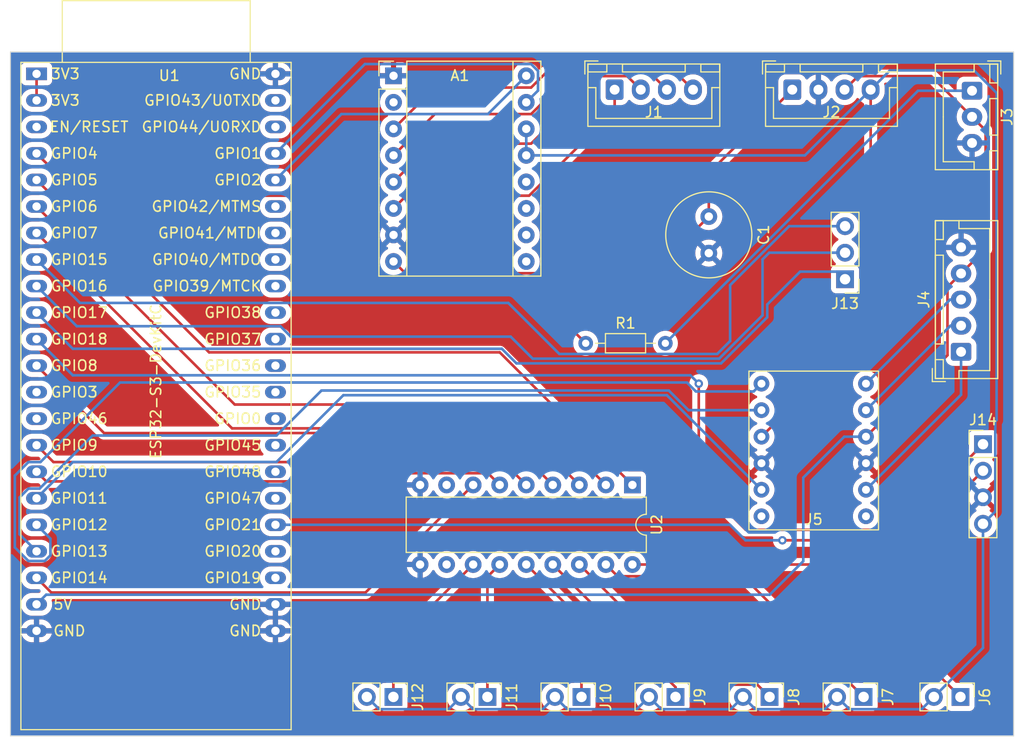
<source format=kicad_pcb>
(kicad_pcb (version 20221018) (generator pcbnew)
  (layers (0 "F.Cu" signal) (31 "B.Cu" signal) (34 "B.Paste" user) (35 "F.Paste" user) (36 "B.SilkS" user "B.Silkscreen") (37 "F.SilkS" user "F.Silkscreen") (38 "B.Mask" user) (39 "F.Mask" user) (44 "Edge.Cuts" user))
  (net 0 "")
  (net 25 "GND")
  (net 26 "Net-(A1-A2)")
  (net 27 "Net-(A1-A1)")
  (net 28 "Net-(A1-B1)")
  (net 29 "Net-(A1-B2)")
  (net 30 "3V3")
  (net 31 "GPIO1")
  (net 32 "GPIO2")
  (net 33 "5V")
  (net 34 "12V")
  (net 35 "Net-(J3-Pin_1)")
  (net 36 "WS2812B_Data")
  (net 39 "DHD_MISO")
  (net 40 "DHD_MOSI")
  (net 41 "DHD_SCK")
  (net 42 "SCK")
  (net 43 "MISO")
  (net 44 "MOSI")
  (net 45 "Net-(J6-Pin_1)")
  (net 46 "Net-(J7-Pin_1)")
  (net 47 "Net-(J8-Pin_1)")
  (net 48 "Net-(J9-Pin_1)")
  (net 49 "Net-(J10-Pin_1)")
  (net 50 "Net-(J11-Pin_1)")
  (net 51 "Net-(J12-Pin_1)")
  (net 52 "Chev1_led")
  (net 53 "Chev2_led")
  (net 54 "Chev3_led")
  (net 55 "Chev4_led")
  (net 56 "Chev5_led")
  (net 57 "Chev6_led")
  (net 58 "Chev7_led")
  (net 59 "DIN")
  (net 60 "BCLK")
  (net 61 "LRC")
  (net 62 "SCL")
  (net 63 "SDA")
  (net 66 "unconnected-(U1-3V3-Pad1)")
  (footprint "Connector_JST:JST_XH_B4B-XH-A_1x04_P2.50mm_Vertical" (layer "F.Cu") (at 107.12 34.075732)
    (fp_text reference "J2" (at 3.75 2.15) (layer "F.SilkS"))
    (fp_text value "Power_Conn")
    (pad "1" thru_hole roundrect (at 0 0) (size 1.7 1.95) (drill 0.95) (layers "*.Cu" "*.Mask") (roundrect_rratio 0.1470588235) (net 34 "12V"))
    (pad "2" thru_hole oval (at 2.5 0) (size 1.7 1.95) (drill 0.95) (layers "*.Cu" "*.Mask") (net 25 "GND"))
    (pad "3" thru_hole oval (at 5 0) (size 1.7 1.95) (drill 0.95) (layers "*.Cu" "*.Mask") (net 33 "5V"))
    (pad "4" thru_hole oval (at 7.5 0) (size 1.7 1.95) (drill 0.95) (layers "*.Cu" "*.Mask") (net 30 "3V3"))
  )
  (footprint "Connector_PinHeader_2.54mm:PinHeader_1x02_P2.54mm_Vertical" (layer "F.Cu") (at 86.945 92.225732 -90)
    (fp_text reference "J10" (at 0 -2.33 90) (layer "F.SilkS"))
    (fp_text value "Chev5_conn")
    (pad "1" thru_hole rect (at 0 0 270) (size 1.7 1.7) (drill 1) (layers "*.Cu" "*.Mask") (net 49 "Net-(J10-Pin_1)"))
    (pad "2" thru_hole oval (at 0 2.54 270) (size 1.7 1.7) (drill 1) (layers "*.Cu" "*.Mask") (net 30 "3V3"))
  )
  (footprint "Connector_JST:JST_XH_B4B-XH-A_1x04_P2.50mm_Vertical" (layer "F.Cu") (at 90.12 34.075732)
    (fp_text reference "J1" (at 3.75 2.15) (layer "F.SilkS"))
    (fp_text value "Mot_Conn")
    (pad "1" thru_hole roundrect (at 0 0) (size 1.7 1.95) (drill 0.95) (layers "*.Cu" "*.Mask") (roundrect_rratio 0.1470588235) (net 29 "Net-(A1-B2)"))
    (pad "2" thru_hole oval (at 2.5 0) (size 1.7 1.95) (drill 0.95) (layers "*.Cu" "*.Mask") (net 28 "Net-(A1-B1)"))
    (pad "3" thru_hole oval (at 5 0) (size 1.7 1.95) (drill 0.95) (layers "*.Cu" "*.Mask") (net 27 "Net-(A1-A1)"))
    (pad "4" thru_hole oval (at 7.5 0) (size 1.7 1.95) (drill 0.95) (layers "*.Cu" "*.Mask") (net 26 "Net-(A1-A2)"))
  )
  (footprint "PCM_Espressif:ESP32-S3-DevKitC" (layer "F.Cu") (at 34.799999 32.56)
    (fp_text reference "U1" (at 12.7 0.165732) (layer "F.SilkS"))
    (fp_text value "ESP32-S3-DevKitC" (at 11.42632 29.46128 90) (layer "F.SilkS"))
    (fp_text user "GPIO17" (at 1.27 22.86 unlocked) (layer "F.SilkS") (effects (justify left)))
    (fp_text user "GPIO47" (at 21.59 40.64 unlocked) (layer "F.SilkS") (effects (justify right)))
    (fp_text user "GPIO15" (at 1.27 17.78 unlocked) (layer "F.SilkS") (effects (justify left)))
    (fp_text user "GPIO1" (at 21.59 7.62 unlocked) (layer "F.SilkS") (effects (justify right)))
    (fp_text user "GPIO20" (at 21.59 45.72 unlocked) (layer "F.SilkS") (effects (justify right)))
    (fp_text user "GND" (at 21.59 50.8 unlocked) (layer "F.SilkS") (effects (justify right)))
    (fp_text user "3V3" (at 1.27 0 unlocked) (layer "F.SilkS") (effects (justify left)))
    (fp_text user "GPIO12" (at 1.27 43.18 unlocked) (layer "F.SilkS") (effects (justify left)))
    (fp_text user "GND" (at 1.52032 53.33728 unlocked) (layer "F.SilkS") (effects (justify left)))
    (fp_text user "GPIO16" (at 1.27 20.32 unlocked) (layer "F.SilkS") (effects (justify left)))
    (fp_text user "GPIO7" (at 1.27 15.24 unlocked) (layer "F.SilkS") (effects (justify left)))
    (fp_text user "GPIO37" (at 21.59 25.4 unlocked) (layer "F.SilkS") (effects (justify right)))
    (fp_text user "GPIO35" (at 21.59 30.48 unlocked) (layer "F.SilkS") (effects (justify right)))
    (fp_text user "GPIO40/MTDO" (at 21.59 17.78 unlocked) (layer "F.SilkS") (effects (justify right)))
    (fp_text user "GPIO18" (at 1.27 25.4 unlocked) (layer "F.SilkS") (effects (justify left)))
    (fp_text user "GPIO42/MTMS" (at 21.59 12.7 unlocked) (layer "F.SilkS") (effects (justify right)))
    (fp_text user "EN/RESET" (at 8.88632 5.07728 unlocked) (layer "F.SilkS") (effects (justify right)))
    (fp_text user "GPIO6" (at 1.27 12.7 unlocked) (layer "F.SilkS") (effects (justify left)))
    (fp_text user "GPIO48" (at 21.59 38.1 unlocked) (layer "F.SilkS") (effects (justify right)))
    (fp_text user "GND" (at 21.59 53.34 unlocked) (layer "F.SilkS") (effects (justify right)))
    (fp_text user "GPIO41/MTDI" (at 21.59 15.24 unlocked) (layer "F.SilkS") (effects (justify right)))
    (fp_text user "GPIO5" (at 1.27 10.16 unlocked) (layer "F.SilkS") (effects (justify left)))
    (fp_text user "GPIO2" (at 21.59 10.16 unlocked) (layer "F.SilkS") (effects (justify right)))
    (fp_text user "GPIO46" (at 1.27 33.02 unlocked) (layer "F.SilkS") (effects (justify left)))
    (fp_text user "GPIO39/MTCK" (at 21.59 20.32 unlocked) (layer "F.SilkS") (effects (justify right)))
    (fp_text user "GPIO8" (at 1.27 27.94 unlocked) (layer "F.SilkS") (effects (justify left)))
    (fp_text user "GPIO10" (at 1.27 38.1 unlocked) (layer "F.SilkS") (effects (justify left)))
    (fp_text user "GPIO36" (at 21.59 27.94 unlocked) (layer "F.SilkS") (effects (justify right)))
    (fp_text user "GPIO4" (at 1.27 7.62 unlocked) (layer "F.SilkS") (effects (justify left)))
    (fp_text user "GPIO0" (at 21.59 33.02 unlocked) (layer "F.SilkS") (effects (justify right)))
    (fp_text user "GND" (at 21.59 0 unlocked) (layer "F.SilkS") (effects (justify right)))
    (fp_text user "3V3" (at 1.27 2.54 unlocked) (layer "F.SilkS") (effects (justify left)))
    (fp_text user "GPIO11" (at 1.27 40.64 unlocked) (layer "F.SilkS") (effects (justify left)))
    (fp_text user "5V" (at 1.52032 50.79728 unlocked) (layer "F.SilkS") (effects (justify left)))
    (fp_text user "GPIO43/U0TXD" (at 21.59 2.54 unlocked) (layer "F.SilkS") (effects (justify right)))
    (fp_text user "GPIO38" (at 21.59 22.86 unlocked) (layer "F.SilkS") (effects (justify right)))
    (fp_text user "GPIO3" (at 1.27 30.48 unlocked) (layer "F.SilkS") (effects (justify left)))
    (fp_text user "GPIO13" (at 1.27 45.72 unlocked) (layer "F.SilkS") (effects (justify left)))
    (fp_text user "GPIO14" (at 1.27 48.26 unlocked) (layer "F.SilkS") (effects (justify left)))
    (fp_text user "GPIO19" (at 21.59 48.26 unlocked) (layer "F.SilkS") (effects (justify right)))
    (fp_text user "GPIO44/U0RXD" (at 21.59 5.08 unlocked) (layer "F.SilkS") (effects (justify right)))
    (fp_text user "GPIO21" (at 21.59 43.18 unlocked) (layer "F.SilkS") (effects (justify right)))
    (fp_text user "GPIO9" (at 1.27 35.56 unlocked) (layer "F.SilkS") (effects (justify left)))
    (fp_text user "GPIO45" (at 21.59 35.56 unlocked) (layer "F.SilkS") (effects (justify right)))
    (pad "1" thru_hole rect (at 0 0 270) (size 1.2 2) (drill 0.8) (layers "*.Cu" "*.Mask") (net 66 "unconnected-(U1-3V3-Pad1)"))
    (pad "2" thru_hole oval (at 0 2.54 270) (size 1.2 2) (drill 0.8) (layers "*.Cu" "*.Mask") (net 66 "unconnected-(U1-3V3-Pad1)"))
    (pad "3" thru_hole oval (at 0 5.08 270) (size 1.2 2) (drill 0.8) (layers "*.Cu" "*.Mask"))
    (pad "4" thru_hole oval (at 0 7.62 270) (size 1.2 2) (drill 0.8) (layers "*.Cu" "*.Mask") (net 36 "WS2812B_Data"))
    (pad "5" thru_hole oval (at 0 10.16 270) (size 1.2 2) (drill 0.8) (layers "*.Cu" "*.Mask") (net 52 "Chev1_led"))
    (pad "6" thru_hole oval (at 0 12.7 270) (size 1.2 2) (drill 0.8) (layers "*.Cu" "*.Mask") (net 53 "Chev2_led"))
    (pad "7" thru_hole oval (at 0 15.24 270) (size 1.2 2) (drill 0.8) (layers "*.Cu" "*.Mask") (net 54 "Chev3_led"))
    (pad "8" thru_hole oval (at 0 17.78 270) (size 1.2 2) (drill 0.8) (layers "*.Cu" "*.Mask") (net 61 "LRC"))
    (pad "9" thru_hole oval (at 0 20.32 270) (size 1.2 2) (drill 0.8) (layers "*.Cu" "*.Mask") (net 60 "BCLK"))
    (pad "10" thru_hole oval (at 0 22.86 270) (size 1.2 2) (drill 0.8) (layers "*.Cu" "*.Mask") (net 59 "DIN"))
    (pad "11" thru_hole oval (at 0 25.4 270) (size 1.2 2) (drill 0.8) (layers "*.Cu" "*.Mask") (net 62 "SCL"))
    (pad "12" thru_hole oval (at 0 27.94 270) (size 1.2 2) (drill 0.8) (layers "*.Cu" "*.Mask") (net 55 "Chev4_led"))
    (pad "13" thru_hole oval (at 0 30.48 270) (size 1.2 2) (drill 0.8) (layers "*.Cu" "*.Mask"))
    (pad "14" thru_hole oval (at 0 33.02 270) (size 1.2 2) (drill 0.8) (layers "*.Cu" "*.Mask"))
    (pad "15" thru_hole oval (at 0 35.56 270) (size 1.2 2) (drill 0.8) (layers "*.Cu" "*.Mask") (net 56 "Chev5_led"))
    (pad "16" thru_hole oval (at 0 38.1 270) (size 1.2 2) (drill 0.8) (layers "*.Cu" "*.Mask") (net 57 "Chev6_led"))
    (pad "17" thru_hole oval (at 0 40.64 270) (size 1.2 2) (drill 0.8) (layers "*.Cu" "*.Mask") (net 44 "MOSI"))
    (pad "18" thru_hole oval (at 0 43.18 270) (size 1.2 2) (drill 0.8) (layers "*.Cu" "*.Mask") (net 42 "SCK"))
    (pad "19" thru_hole oval (at 0 45.72 270) (size 1.2 2) (drill 0.8) (layers "*.Cu" "*.Mask") (net 43 "MISO"))
    (pad "20" thru_hole oval (at -0.00368 48.25728 270) (size 1.2 2) (drill 0.8) (layers "*.Cu" "*.Mask") (net 58 "Chev7_led"))
    (pad "21" thru_hole oval (at -0.00368 50.79728 270) (size 1.2 2) (drill 0.8) (layers "*.Cu" "*.Mask") (net 33 "5V"))
    (pad "22" thru_hole oval (at -0.00368 53.33728 270) (size 1.2 2) (drill 0.8) (layers "*.Cu" "*.Mask") (net 25 "GND"))
    (pad "23" thru_hole oval (at 22.86 53.34 270) (size 1.2 2) (drill 0.8) (layers "*.Cu" "*.Mask") (net 25 "GND"))
    (pad "24" thru_hole oval (at 22.86 50.8 270) (size 1.2 2) (drill 0.8) (layers "*.Cu" "*.Mask") (net 25 "GND"))
    (pad "25" thru_hole oval (at 22.86 48.26 270) (size 1.2 2) (drill 0.8) (layers "*.Cu" "*.Mask"))
    (pad "26" thru_hole oval (at 22.86 45.72 270) (size 1.2 2) (drill 0.8) (layers "*.Cu" "*.Mask"))
    (pad "27" thru_hole oval (at 22.86 43.18 270) (size 1.2 2) (drill 0.8) (layers "*.Cu" "*.Mask") (net 63 "SDA"))
    (pad "28" thru_hole oval (at 22.86 40.64 270) (size 1.2 2) (drill 0.8) (layers "*.Cu" "*.Mask"))
    (pad "29" thru_hole oval (at 22.86 38.1 270) (size 1.2 2) (drill 0.8) (layers "*.Cu" "*.Mask"))
    (pad "30" thru_hole oval (at 22.86 35.56 270) (size 1.2 2) (drill 0.8) (layers "*.Cu" "*.Mask"))
    (pad "31" thru_hole oval (at 22.86 33.02 270) (size 1.2 2) (drill 0.8) (layers "*.Cu" "*.Mask"))
    (pad "32" thru_hole oval (at 22.86 30.48 270) (size 1.2 2) (drill 0.8) (layers "*.Cu" "*.Mask"))
    (pad "33" thru_hole oval (at 22.86 27.94 270) (size 1.2 2) (drill 0.8) (layers "*.Cu" "*.Mask"))
    (pad "34" thru_hole oval (at 22.86 25.4 270) (size 1.2 2) (drill 0.8) (layers "*.Cu" "*.Mask"))
    (pad "35" thru_hole oval (at 22.86 22.86 270) (size 1.2 2) (drill 0.8) (layers "*.Cu" "*.Mask"))
    (pad "36" thru_hole oval (at 22.86 20.32 270) (size 1.2 2) (drill 0.8) (layers "*.Cu" "*.Mask"))
    (pad "37" thru_hole oval (at 22.86 17.78 270) (size 1.2 2) (drill 0.8) (layers "*.Cu" "*.Mask"))
    (pad "38" thru_hole oval (at 22.86 15.24 270) (size 1.2 2) (drill 0.8) (layers "*.Cu" "*.Mask"))
    (pad "39" thru_hole oval (at 22.86 12.7 270) (size 1.2 2) (drill 0.8) (layers "*.Cu" "*.Mask"))
    (pad "40" thru_hole oval (at 22.86 10.16 270) (size 1.2 2) (drill 0.8) (layers "*.Cu" "*.Mask") (net 32 "GPIO2"))
    (pad "41" thru_hole oval (at 22.86 7.62 270) (size 1.2 2) (drill 0.8) (layers "*.Cu" "*.Mask") (net 31 "GPIO1"))
    (pad "42" thru_hole oval (at 22.86 5.08 270) (size 1.2 2) (drill 0.8) (layers "*.Cu" "*.Mask"))
    (pad "43" thru_hole oval (at 22.86 2.54 270) (size 1.2 2) (drill 0.8) (layers "*.Cu" "*.Mask"))
    (pad "44" thru_hole oval (at 22.86 0 270) (size 1.2 2) (drill 0.8) (layers "*.Cu" "*.Mask") (net 25 "GND"))
  )
  (footprint "Connector_JST:JST_XH_B5B-XH-A_1x05_P2.50mm_Vertical" (layer "F.Cu") (at 123.27 59.175732 90)
    (fp_text reference "J4" (at 5 -3.55 90) (layer "F.SilkS"))
    (fp_text value "DHD_Conn")
    (pad "1" thru_hole roundrect (at 0 0 90) (size 1.7 1.95) (drill 0.95) (layers "*.Cu" "*.Mask") (roundrect_rratio 0.1470588235) (net 39 "DHD_MISO"))
    (pad "2" thru_hole oval (at 2.5 0 90) (size 1.7 1.95) (drill 0.95) (layers "*.Cu" "*.Mask") (net 40 "DHD_MOSI"))
    (pad "3" thru_hole oval (at 5 0 90) (size 1.7 1.95) (drill 0.95) (layers "*.Cu" "*.Mask") (net 41 "DHD_SCK"))
    (pad "4" thru_hole oval (at 7.5 0 90) (size 1.7 1.95) (drill 0.95) (layers "*.Cu" "*.Mask") (net 33 "5V"))
    (pad "5" thru_hole oval (at 10 0 90) (size 1.7 1.95) (drill 0.95) (layers "*.Cu" "*.Mask") (net 25 "GND"))
  )
  (footprint "Connector_JST:JST_XH_B3B-XH-A_1x03_P2.50mm_Vertical" (layer "F.Cu") (at 124.32 34.175732 -90)
    (fp_text reference "J3" (at 2.5 -3.35 90) (layer "F.SilkS"))
    (fp_text value "LED_Strip_Conn")
    (pad "1" thru_hole roundrect (at 0 0 270) (size 1.7 1.95) (drill 0.95) (layers "*.Cu" "*.Mask") (roundrect_rratio 0.1470588235) (net 35 "Net-(J3-Pin_1)"))
    (pad "2" thru_hole oval (at 2.5 0 270) (size 1.7 1.95) (drill 0.95) (layers "*.Cu" "*.Mask") (net 33 "5V"))
    (pad "3" thru_hole oval (at 5 0 270) (size 1.7 1.95) (drill 0.95) (layers "*.Cu" "*.Mask") (net 25 "GND"))
  )
  (footprint "Module:Pololu_Breakout-16_15.2x20.3mm" (layer "F.Cu") (at 68.96 32.745732)
    (fp_text reference "A1" (at 6.35 -0.02) (layer "F.SilkS"))
    (fp_text value "Pololu_Breakout_DRV8825")
    (pad "1" thru_hole rect (at 0 0) (size 1.6 1.6) (drill 0.8) (layers "*.Cu" "*.Mask") (net 25 "GND"))
    (pad "2" thru_hole oval (at 0 2.54) (size 1.6 1.6) (drill 0.8) (layers "*.Cu" "*.Mask"))
    (pad "3" thru_hole oval (at 0 5.08) (size 1.6 1.6) (drill 0.8) (layers "*.Cu" "*.Mask") (net 26 "Net-(A1-A2)"))
    (pad "4" thru_hole oval (at 0 7.62) (size 1.6 1.6) (drill 0.8) (layers "*.Cu" "*.Mask") (net 27 "Net-(A1-A1)"))
    (pad "5" thru_hole oval (at 0 10.16) (size 1.6 1.6) (drill 0.8) (layers "*.Cu" "*.Mask") (net 28 "Net-(A1-B1)"))
    (pad "6" thru_hole oval (at 0 12.7) (size 1.6 1.6) (drill 0.8) (layers "*.Cu" "*.Mask") (net 29 "Net-(A1-B2)"))
    (pad "7" thru_hole oval (at 0 15.24) (size 1.6 1.6) (drill 0.8) (layers "*.Cu" "*.Mask") (net 25 "GND"))
    (pad "8" thru_hole oval (at 0 17.78) (size 1.6 1.6) (drill 0.8) (layers "*.Cu" "*.Mask") (net 34 "12V"))
    (pad "9" thru_hole oval (at 12.7 17.78) (size 1.6 1.6) (drill 0.8) (layers "*.Cu" "*.Mask"))
    (pad "10" thru_hole oval (at 12.7 15.24) (size 1.6 1.6) (drill 0.8) (layers "*.Cu" "*.Mask"))
    (pad "11" thru_hole oval (at 12.7 12.7) (size 1.6 1.6) (drill 0.8) (layers "*.Cu" "*.Mask"))
    (pad "12" thru_hole oval (at 12.7 10.16) (size 1.6 1.6) (drill 0.8) (layers "*.Cu" "*.Mask"))
    (pad "13" thru_hole oval (at 12.7 7.62) (size 1.6 1.6) (drill 0.8) (layers "*.Cu" "*.Mask") (net 30 "3V3"))
    (pad "14" thru_hole oval (at 12.7 5.08) (size 1.6 1.6) (drill 0.8) (layers "*.Cu" "*.Mask") (net 30 "3V3"))
    (pad "15" thru_hole oval (at 12.7 2.54) (size 1.6 1.6) (drill 0.8) (layers "*.Cu" "*.Mask") (net 31 "GPIO1"))
    (pad "16" thru_hole oval (at 12.7 0) (size 1.6 1.6) (drill 0.8) (layers "*.Cu" "*.Mask") (net 32 "GPIO2"))
  )
  (footprint "Capacitor_THT:C_Radial_D8.0mm_H7.0mm_P3.50mm" (layer "F.Cu") (at 99.13 46.225732 -90)
    (fp_text reference "C1" (at 1.75 -5.25 90) (layer "F.SilkS"))
    (fp_text value "100µF VMOT_Cap")
    (pad "1" thru_hole circle (at 0 0 270) (size 1.6 1.6) (drill 0.8) (layers "*.Cu" "*.Mask") (net 34 "12V"))
    (pad "2" thru_hole circle (at 3.5 0 270) (size 1.6 1.6) (drill 0.8) (layers "*.Cu" "*.Mask") (net 25 "GND"))
  )
  (footprint "Connector_PinHeader_2.54mm:PinHeader_1x02_P2.54mm_Vertical" (layer "F.Cu") (at 68.945 92.225732 -90)
    (fp_text reference "J12" (at 0 -2.33 90) (layer "F.SilkS"))
    (fp_text value "Chev7_conn")
    (pad "1" thru_hole rect (at 0 0 270) (size 1.7 1.7) (drill 1) (layers "*.Cu" "*.Mask") (net 51 "Net-(J12-Pin_1)"))
    (pad "2" thru_hole oval (at 0 2.54 270) (size 1.7 1.7) (drill 1) (layers "*.Cu" "*.Mask") (net 30 "3V3"))
  )
  (footprint "Connector_PinHeader_2.54mm:PinHeader_1x02_P2.54mm_Vertical" (layer "F.Cu") (at 123.21 92.225732 -90)
    (fp_text reference "J6" (at 0 -2.33 90) (layer "F.SilkS"))
    (fp_text value "Chev1_conn")
    (pad "1" thru_hole rect (at 0 0 270) (size 1.7 1.7) (drill 1) (layers "*.Cu" "*.Mask") (net 45 "Net-(J6-Pin_1)"))
    (pad "2" thru_hole oval (at 0 2.54 270) (size 1.7 1.7) (drill 1) (layers "*.Cu" "*.Mask") (net 30 "3V3"))
  )
  (footprint "Connector_PinHeader_2.54mm:PinHeader_1x02_P2.54mm_Vertical" (layer "F.Cu") (at 113.945 92.225732 -90)
    (fp_text reference "J7" (at 0 -2.33 90) (layer "F.SilkS"))
    (fp_text value "Chev2_conn")
    (pad "1" thru_hole rect (at 0 0 270) (size 1.7 1.7) (drill 1) (layers "*.Cu" "*.Mask") (net 46 "Net-(J7-Pin_1)"))
    (pad "2" thru_hole oval (at 0 2.54 270) (size 1.7 1.7) (drill 1) (layers "*.Cu" "*.Mask") (net 30 "3V3"))
  )
  (footprint "Connector_PinHeader_2.54mm:PinHeader_1x02_P2.54mm_Vertical" (layer "F.Cu") (at 104.945 92.225732 -90)
    (fp_text reference "J8" (at 0 -2.33 90) (layer "F.SilkS"))
    (fp_text value "Chev3_conn")
    (pad "1" thru_hole rect (at 0 0 270) (size 1.7 1.7) (drill 1) (layers "*.Cu" "*.Mask") (net 47 "Net-(J8-Pin_1)"))
    (pad "2" thru_hole oval (at 0 2.54 270) (size 1.7 1.7) (drill 1) (layers "*.Cu" "*.Mask") (net 30 "3V3"))
  )
  (footprint "Connector_PinHeader_2.54mm:PinHeader_1x02_P2.54mm_Vertical" (layer "F.Cu") (at 95.945 92.225732 -90)
    (fp_text reference "J9" (at 0 -2.33 90) (layer "F.SilkS"))
    (fp_text value "Chev4_conn")
    (pad "1" thru_hole rect (at 0 0 270) (size 1.7 1.7) (drill 1) (layers "*.Cu" "*.Mask") (net 48 "Net-(J9-Pin_1)"))
    (pad "2" thru_hole oval (at 0 2.54 270) (size 1.7 1.7) (drill 1) (layers "*.Cu" "*.Mask") (net 30 "3V3"))
  )
  (footprint "Resistor_THT:R_Axial_DIN0204_L3.6mm_D1.6mm_P7.62mm_Horizontal" (layer "F.Cu") (at 87.349998 58.35728)
    (fp_text reference "R1" (at 3.81 -1.92) (layer "F.SilkS"))
    (fp_text value "1kΩ WS2812B_Resistor")
    (pad "1" thru_hole circle (at 0 0) (size 1.4 1.4) (drill 0.7) (layers "*.Cu" "*.Mask") (net 36 "WS2812B_Data"))
    (pad "2" thru_hole oval (at 7.62 0) (size 1.4 1.4) (drill 0.7) (layers "*.Cu" "*.Mask") (net 35 "Net-(J3-Pin_1)"))
  )
  (footprint "Connector_PinHeader_2.54mm:PinHeader_1x04_P2.54mm_Vertical" (layer "F.Cu") (at 125.37 68.025732)
    (fp_text reference "J14" (at 0 -2.33) (layer "F.SilkS"))
    (fp_text value "IOExpander_Conn")
    (pad "1" thru_hole rect (at 0 0) (size 1.7 1.7) (drill 1) (layers "*.Cu" "*.Mask") (net 62 "SCL"))
    (pad "2" thru_hole oval (at 0 2.54) (size 1.7 1.7) (drill 1) (layers "*.Cu" "*.Mask") (net 63 "SDA"))
    (pad "3" thru_hole oval (at 0 5.08) (size 1.7 1.7) (drill 1) (layers "*.Cu" "*.Mask") (net 25 "GND"))
    (pad "4" thru_hole oval (at 0 7.62) (size 1.7 1.7) (drill 1) (layers "*.Cu" "*.Mask") (net 30 "3V3"))
  )
  (footprint "Stargate:Level_Converter" (layer "F.Cu") (at 109.17 77.225732)
    (fp_text reference "J5" (at 0 -2 unlocked) (layer "F.SilkS"))
    (fp_text value "Level_Converter")
    (pad "1" thru_hole circle (at -5 -15) (size 1.5 1.5) (drill 0.762) (layers "*.Cu" "*.Mask") (net 42 "SCK"))
    (pad "2" thru_hole circle (at -5 -12.46) (size 1.5 1.5) (drill 0.762) (layers "*.Cu" "*.Mask") (net 43 "MISO"))
    (pad "3" thru_hole circle (at -5 -9.92) (size 1.5 1.5) (drill 0.762) (layers "*.Cu" "*.Mask") (net 30 "3V3"))
    (pad "4" thru_hole circle (at -5 -7.38) (size 1.5 1.5) (drill 0.762) (layers "*.Cu" "*.Mask") (net 25 "GND"))
    (pad "5" thru_hole circle (at -5 -4.84) (size 1.5 1.5) (drill 0.762) (layers "*.Cu" "*.Mask") (net 44 "MOSI"))
    (pad "6" thru_hole circle (at -5 -2.3) (size 1.5 1.5) (drill 0.762) (layers "*.Cu" "*.Mask"))
    (pad "7" thru_hole circle (at 5 -2.3) (size 1.5 1.5) (drill 0.762) (layers "*.Cu" "*.Mask"))
    (pad "8" thru_hole circle (at 5 -4.84) (size 1.5 1.5) (drill 0.762) (layers "*.Cu" "*.Mask") (net 39 "DHD_MISO"))
    (pad "9" thru_hole circle (at 5 -7.38) (size 1.5 1.5) (drill 0.762) (layers "*.Cu" "*.Mask") (net 25 "GND"))
    (pad "10" thru_hole circle (at 5 -9.92) (size 1.5 1.5) (drill 0.762) (layers "*.Cu" "*.Mask") (net 33 "5V"))
    (pad "11" thru_hole circle (at 5 -12.46) (size 1.5 1.5) (drill 0.762) (layers "*.Cu" "*.Mask") (net 40 "DHD_MOSI"))
    (pad "12" thru_hole circle (at 5 -15) (size 1.5 1.5) (drill 0.762) (layers "*.Cu" "*.Mask") (net 41 "DHD_SCK"))
  )
  (footprint "Connector_PinHeader_2.54mm:PinHeader_1x02_P2.54mm_Vertical" (layer "F.Cu") (at 77.945 92.225732 -90)
    (fp_text reference "J11" (at 0 -2.33 90) (layer "F.SilkS"))
    (fp_text value "Chev6_conn")
    (pad "1" thru_hole rect (at 0 0 270) (size 1.7 1.7) (drill 1) (layers "*.Cu" "*.Mask") (net 50 "Net-(J11-Pin_1)"))
    (pad "2" thru_hole oval (at 0 2.54 270) (size 1.7 1.7) (drill 1) (layers "*.Cu" "*.Mask") (net 30 "3V3"))
  )
  (footprint "Package_DIP:DIP-18_W7.62mm" (layer "F.Cu") (at 91.82 71.925732 -90)
    (fp_text reference "U2" (at 3.81 -2.33 -90) (layer "F.SilkS"))
    (fp_text value "ULN2803A")
    (pad "1" thru_hole rect (at 0 0 270) (size 1.6 1.6) (drill 0.8) (layers "*.Cu" "*.Mask") (net 52 "Chev1_led"))
    (pad "2" thru_hole oval (at 0 2.54 270) (size 1.6 1.6) (drill 0.8) (layers "*.Cu" "*.Mask") (net 53 "Chev2_led"))
    (pad "3" thru_hole oval (at 0 5.08 270) (size 1.6 1.6) (drill 0.8) (layers "*.Cu" "*.Mask") (net 54 "Chev3_led"))
    (pad "4" thru_hole oval (at 0 7.62 270) (size 1.6 1.6) (drill 0.8) (layers "*.Cu" "*.Mask") (net 55 "Chev4_led"))
    (pad "5" thru_hole oval (at 0 10.16 270) (size 1.6 1.6) (drill 0.8) (layers "*.Cu" "*.Mask") (net 56 "Chev5_led"))
    (pad "6" thru_hole oval (at 0 12.7 270) (size 1.6 1.6) (drill 0.8) (layers "*.Cu" "*.Mask") (net 57 "Chev6_led"))
    (pad "7" thru_hole oval (at 0 15.24 270) (size 1.6 1.6) (drill 0.8) (layers "*.Cu" "*.Mask") (net 58 "Chev7_led"))
    (pad "8" thru_hole oval (at 0 17.78 270) (size 1.6 1.6) (drill 0.8) (layers "*.Cu" "*.Mask"))
    (pad "9" thru_hole oval (at 0 20.32 270) (size 1.6 1.6) (drill 0.8) (layers "*.Cu" "*.Mask") (net 25 "GND"))
    (pad "10" thru_hole oval (at 7.62 20.32 270) (size 1.6 1.6) (drill 0.8) (layers "*.Cu" "*.Mask") (net 25 "GND"))
    (pad "11" thru_hole oval (at 7.62 17.78 270) (size 1.6 1.6) (drill 0.8) (layers "*.Cu" "*.Mask"))
    (pad "12" thru_hole oval (at 7.62 15.24 270) (size 1.6 1.6) (drill 0.8) (layers "*.Cu" "*.Mask") (net 51 "Net-(J12-Pin_1)"))
    (pad "13" thru_hole oval (at 7.62 12.7 270) (size 1.6 1.6) (drill 0.8) (layers "*.Cu" "*.Mask") (net 50 "Net-(J11-Pin_1)"))
    (pad "14" thru_hole oval (at 7.62 10.16 270) (size 1.6 1.6) (drill 0.8) (layers "*.Cu" "*.Mask") (net 49 "Net-(J10-Pin_1)"))
    (pad "15" thru_hole oval (at 7.62 7.62 270) (size 1.6 1.6) (drill 0.8) (layers "*.Cu" "*.Mask") (net 48 "Net-(J9-Pin_1)"))
    (pad "16" thru_hole oval (at 7.62 5.08 270) (size 1.6 1.6) (drill 0.8) (layers "*.Cu" "*.Mask") (net 47 "Net-(J8-Pin_1)"))
    (pad "17" thru_hole oval (at 7.62 2.54 270) (size 1.6 1.6) (drill 0.8) (layers "*.Cu" "*.Mask") (net 46 "Net-(J7-Pin_1)"))
    (pad "18" thru_hole oval (at 7.62 0 270) (size 1.6 1.6) (drill 0.8) (layers "*.Cu" "*.Mask") (net 45 "Net-(J6-Pin_1)"))
  )
  (footprint "Connector_PinHeader_2.54mm:PinHeader_1x03_P2.54mm_Vertical" (layer "F.Cu") (at 112.17 52.225732 180)
    (fp_text reference "J13" (at 0 -2.33) (layer "F.SilkS"))
    (fp_text value "Audio_conn")
    (pad "1" thru_hole rect (at 0 0 180) (size 1.7 1.7) (drill 1) (layers "*.Cu" "*.Mask") (net 59 "DIN"))
    (pad "2" thru_hole oval (at 0 2.54 180) (size 1.7 1.7) (drill 1) (layers "*.Cu" "*.Mask") (net 60 "BCLK"))
    (pad "3" thru_hole oval (at 0 5.08 180) (size 1.7 1.7) (drill 1) (layers "*.Cu" "*.Mask") (net 61 "LRC"))
  )
  (gr_rect (start 32.3 30.46) (end 128.3 95.96) (stroke (width 0.1)) (fill none) (layer "Edge.Cuts"))
  (segment (start 84.120991 31.875732) (end 82.125991 33.870732) (width 0.25) (layer "F.Cu") (net 26))
  (segment (start 72.915 33.870732) (end 68.96 37.825732) (width 0.25) (layer "F.Cu") (net 26))
  (segment (start 95.42 31.875732) (end 84.120991 31.875732) (width 0.25) (layer "F.Cu") (net 26))
  (segment (start 97.62 34.075732) (end 95.42 31.875732) (width 0.25) (layer "F.Cu") (net 26))
  (segment (start 82.125991 33.870732) (end 72.915 33.870732) (width 0.25) (layer "F.Cu") (net 26))
  (segment (start 72.915 36.410732) (end 68.96 40.365732) (width 0.25) (layer "F.Cu") (net 27))
  (segment (start 82.125991 36.410732) (end 72.915 36.410732) (width 0.25) (layer "F.Cu") (net 27))
  (segment (start 95.12 34.075732) (end 93.37 32.325732) (width 0.25) (layer "F.Cu") (net 27))
  (segment (start 93.37 32.325732) (end 86.210991 32.325732) (width 0.25) (layer "F.Cu") (net 27))
  (segment (start 86.210991 32.325732) (end 82.125991 36.410732) (width 0.25) (layer "F.Cu") (net 27))
  (segment (start 82.125991 39.240732) (end 72.625 39.240732) (width 0.25) (layer "F.Cu") (net 28))
  (segment (start 91.32 32.775732) (end 88.590991 32.775732) (width 0.25) (layer "F.Cu") (net 28))
  (segment (start 88.590991 32.775732) (end 82.125991 39.240732) (width 0.25) (layer "F.Cu") (net 28))
  (segment (start 92.62 34.075732) (end 91.32 32.775732) (width 0.25) (layer "F.Cu") (net 28))
  (segment (start 72.625 39.240732) (end 68.96 42.905732) (width 0.25) (layer "F.Cu") (net 28))
  (segment (start 90.12 36.036723) (end 81.930991 44.225732) (width 0.25) (layer "F.Cu") (net 29))
  (segment (start 90.12 34.075732) (end 90.12 36.036723) (width 0.25) (layer "F.Cu") (net 29))
  (segment (start 70.18 44.225732) (end 68.96 45.445732) (width 0.25) (layer "F.Cu") (net 29))
  (segment (start 81.930991 44.225732) (end 70.18 44.225732) (width 0.25) (layer "F.Cu") (net 29))
  (segment (start 114.62 34.075732) (end 114.62 56.855732) (width 0.25) (layer "F.Cu") (net 30))
  (segment (start 114.62 56.855732) (end 104.17 67.305732) (width 0.25) (layer "F.Cu") (net 30))
  (segment (start 76.58 93.400732) (end 83.23 93.400732) (width 0.25) (layer "B.Cu") (net 30))
  (segment (start 126.545 65.850732) (end 126.67 65.725732) (width 0.25) (layer "B.Cu") (net 30))
  (segment (start 126.67 34.387559) (end 124.508173 32.225732) (width 0.25) (layer "B.Cu") (net 30))
  (segment (start 84.405 92.225732) (end 85.58 93.400732) (width 0.25) (layer "B.Cu") (net 30))
  (segment (start 94.58 93.400732) (end 101.23 93.400732) (width 0.25) (layer "B.Cu") (net 30))
  (segment (start 93.405 92.225732) (end 94.58 93.400732) (width 0.25) (layer "B.Cu") (net 30))
  (segment (start 103.58 93.400732) (end 110.23 93.400732) (width 0.25) (layer "B.Cu") (net 30))
  (segment (start 66.405 92.225732) (end 67.58 93.400732) (width 0.25) (layer "B.Cu") (net 30))
  (segment (start 74.23 93.400732) (end 75.405 92.225732) (width 0.25) (layer "B.Cu") (net 30))
  (segment (start 81.66 40.365732) (end 81.66 37.825732) (width 0.25) (layer "B.Cu") (net 30))
  (segment (start 116.47 32.225732) (end 114.62 34.075732) (width 0.25) (layer "B.Cu") (net 30))
  (segment (start 124.508173 32.225732) (end 116.47 32.225732) (width 0.25) (layer "B.Cu") (net 30))
  (segment (start 102.405 92.225732) (end 103.58 93.400732) (width 0.25) (layer "B.Cu") (net 30))
  (segment (start 114.62 34.075732) (end 108.33 40.365732) (width 0.25) (layer "B.Cu") (net 30))
  (segment (start 126.545 74.470732) (end 126.545 65.850732) (width 0.25) (layer "B.Cu") (net 30))
  (segment (start 112.58 93.400732) (end 119.495 93.400732) (width 0.25) (layer "B.Cu") (net 30))
  (segment (start 125.37 87.525732) (end 125.37 75.645732) (width 0.25) (layer "B.Cu") (net 30))
  (segment (start 125.37 75.645732) (end 126.545 74.470732) (width 0.25) (layer "B.Cu") (net 30))
  (segment (start 67.58 93.400732) (end 74.23 93.400732) (width 0.25) (layer "B.Cu") (net 30))
  (segment (start 85.58 93.400732) (end 92.23 93.400732) (width 0.25) (layer "B.Cu") (net 30))
  (segment (start 120.67 92.225732) (end 125.37 87.525732) (width 0.25) (layer "B.Cu") (net 30))
  (segment (start 92.23 93.400732) (end 93.405 92.225732) (width 0.25) (layer "B.Cu") (net 30))
  (segment (start 101.23 93.400732) (end 102.405 92.225732) (width 0.25) (layer "B.Cu") (net 30))
  (segment (start 83.23 93.400732) (end 84.405 92.225732) (width 0.25) (layer "B.Cu") (net 30))
  (segment (start 111.405 92.225732) (end 112.58 93.400732) (width 0.25) (layer "B.Cu") (net 30))
  (segment (start 108.33 40.365732) (end 81.66 40.365732) (width 0.25) (layer "B.Cu") (net 30))
  (segment (start 119.495 93.400732) (end 120.67 92.225732) (width 0.25) (layer "B.Cu") (net 30))
  (segment (start 75.405 92.225732) (end 76.58 93.400732) (width 0.25) (layer "B.Cu") (net 30))
  (segment (start 110.23 93.400732) (end 111.405 92.225732) (width 0.25) (layer "B.Cu") (net 30))
  (segment (start 126.67 65.725732) (end 126.67 34.387559) (width 0.25) (layer "B.Cu") (net 30))
  (segment (start 82.125991 31.620732) (end 66.219267 31.620732) (width 0.25) (layer "B.Cu") (net 31))
  (segment (start 66.219267 31.620732) (end 57.659999 40.18) (width 0.25) (layer "B.Cu") (net 31))
  (segment (start 82.785 34.160732) (end 82.785 32.279741) (width 0.25) (layer "B.Cu") (net 31))
  (segment (start 81.66 35.285732) (end 82.785 34.160732) (width 0.25) (layer "B.Cu") (net 31))
  (segment (start 82.785 32.279741) (end 82.125991 31.620732) (width 0.25) (layer "B.Cu") (net 31))
  (segment (start 63.969267 36.410732) (end 57.659999 42.72) (width 0.25) (layer "B.Cu") (net 32))
  (segment (start 81.66 32.745732) (end 77.995 36.410732) (width 0.25) (layer "B.Cu") (net 32))
  (segment (start 77.995 36.410732) (end 63.969267 36.410732) (width 0.25) (layer "B.Cu") (net 32))
  (segment (start 121.97 59.505732) (end 121.97 52.975732) (width 0.25) (layer "F.Cu") (net 33))
  (segment (start 113.42 32.775732) (end 120.42 32.775732) (width 0.25) (layer "F.Cu") (net 33))
  (segment (start 120.42 32.775732) (end 124.32 36.675732) (width 0.25) (layer "F.Cu") (net 33))
  (segment (start 114.17 67.305732) (end 121.97 59.505732) (width 0.25) (layer "F.Cu") (net 33))
  (segment (start 112.12 34.075732) (end 113.42 32.775732) (width 0.25) (layer "F.Cu") (net 33))
  (segment (start 123.27 51.675732) (end 125.62 49.325732) (width 0.25) (layer "F.Cu") (net 33))
  (segment (start 121.97 52.975732) (end 123.27 51.675732) (width 0.25) (layer "F.Cu") (net 33))
  (segment (start 125.62 37.975732) (end 124.32 36.675732) (width 0.25) (layer "F.Cu") (net 33))
  (segment (start 125.62 49.325732) (end 125.62 37.975732) (width 0.25) (layer "F.Cu") (net 33))
  (segment (start 104.960732 82.435) (end 35.718599 82.435) (width 0.25) (layer "B.Cu") (net 33))
  (segment (start 35.718599 82.435) (end 34.796319 83.35728) (width 0.25) (layer "B.Cu") (net 33))
  (segment (start 114.17 67.305732) (end 112.09 67.305732) (width 0.25) (layer "B.Cu") (net 33))
  (segment (start 108.17 79.225732) (end 104.960732 82.435) (width 0.25) (layer "B.Cu") (net 33))
  (segment (start 108.17 71.225732) (end 108.17 79.225732) (width 0.25) (layer "B.Cu") (net 33))
  (segment (start 112.09 67.305732) (end 108.17 71.225732) (width 0.25) (layer "B.Cu") (net 33))
  (segment (start 99.13 42.065732) (end 107.12 34.075732) (width 0.25) (layer "F.Cu") (net 34))
  (segment (start 99.13 46.225732) (end 93.705 51.650732) (width 0.25) (layer "F.Cu") (net 34))
  (segment (start 99.13 46.225732) (end 99.13 42.065732) (width 0.25) (layer "F.Cu") (net 34))
  (segment (start 93.705 51.650732) (end 70.085 51.650732) (width 0.25) (layer "F.Cu") (net 34))
  (segment (start 70.085 51.650732) (end 68.96 50.525732) (width 0.25) (layer "F.Cu") (net 34))
  (segment (start 124.32 34.175732) (end 119.151546 34.175732) (width 0.25) (layer "B.Cu") (net 35))
  (segment (start 119.151546 34.175732) (end 94.969998 58.35728) (width 0.25) (layer "B.Cu") (net 35))
  (segment (start 68.495 52.550732) (end 60.17 44.225732) (width 0.25) (layer "F.Cu") (net 36))
  (segment (start 87.349998 58.35728) (end 81.54345 52.550732) (width 0.25) (layer "F.Cu") (net 36))
  (segment (start 81.54345 52.550732) (end 68.495 52.550732) (width 0.25) (layer "F.Cu") (net 36))
  (segment (start 60.17 44.225732) (end 38.845731 44.225732) (width 0.25) (layer "F.Cu") (net 36))
  (segment (start 38.845731 44.225732) (end 34.799999 40.18) (width 0.25) (layer "F.Cu") (net 36))
  (segment (start 123.27 63.285732) (end 114.17 72.385732) (width 0.25) (layer "B.Cu") (net 39))
  (segment (start 123.27 59.175732) (end 123.27 63.285732) (width 0.25) (layer "B.Cu") (net 39))
  (segment (start 122.26 56.675732) (end 114.17 64.765732) (width 0.25) (layer "B.Cu") (net 40))
  (segment (start 123.27 56.675732) (end 122.26 56.675732) (width 0.25) (layer "B.Cu") (net 40))
  (segment (start 114.17 62.225732) (end 122.22 54.175732) (width 0.25) (layer "B.Cu") (net 41))
  (segment (start 122.22 54.175732) (end 123.27 54.175732) (width 0.25) (layer "B.Cu") (net 41))
  (segment (start 36.124999 77.065) (end 34.799999 75.74) (width 0.25) (layer "B.Cu") (net 42))
  (segment (start 32.72 71.031851) (end 32.72 77.908149) (width 0.25) (layer "B.Cu") (net 42))
  (segment (start 34.016851 69.735) (end 32.72 71.031851) (width 0.25) (layer "B.Cu") (net 42))
  (segment (start 103.42 62.975732) (end 97.894695 62.975732) (width 0.25) (layer "B.Cu") (net 42))
  (segment (start 34.016851 79.205) (end 35.583147 79.205) (width 0.25) (layer "B.Cu") (net 42))
  (segment (start 36.124999 78.663148) (end 36.124999 77.065) (width 0.25) (layer "B.Cu") (net 42))
  (segment (start 42.79 62.115) (end 35.17 69.735) (width 0.25) (layer "B.Cu") (net 42))
  (segment (start 35.583147 79.205) (end 36.124999 78.663148) (width 0.25) (layer "B.Cu") (net 42))
  (segment (start 97.033963 62.115) (end 42.79 62.115) (width 0.25) (layer "B.Cu") (net 42))
  (segment (start 35.17 69.735) (end 34.016851 69.735) (width 0.25) (layer "B.Cu") (net 42))
  (segment (start 104.17 62.225732) (end 103.42 62.975732) (width 0.25) (layer "B.Cu") (net 42))
  (segment (start 32.72 77.908149) (end 34.016851 79.205) (width 0.25) (layer "B.Cu") (net 42))
  (segment (start 97.894695 62.975732) (end 97.033963 62.115) (width 0.25) (layer "B.Cu") (net 42))
  (segment (start 33.17 73.121851) (end 33.17 76.650001) (width 0.25) (layer "B.Cu") (net 43))
  (segment (start 95.302944 62.88228) (end 62.065867 62.88228) (width 0.25) (layer "B.Cu") (net 43))
  (segment (start 34.016851 72.275) (end 33.17 73.121851) (width 0.25) (layer "B.Cu") (net 43))
  (segment (start 97.186396 64.765732) (end 95.302944 62.88228) (width 0.25) (layer "B.Cu") (net 43))
  (segment (start 62.065867 62.88228) (end 57.753147 67.195) (width 0.25) (layer "B.Cu") (net 43))
  (segment (start 35.088603 72.275) (end 34.016851 72.275) (width 0.25) (layer "B.Cu") (net 43))
  (segment (start 40.168603 67.195) (end 35.088603 72.275) (width 0.25) (layer "B.Cu") (net 43))
  (segment (start 33.17 76.650001) (end 34.799999 78.28) (width 0.25) (layer "B.Cu") (net 43))
  (segment (start 104.17 64.765732) (end 97.186396 64.765732) (width 0.25) (layer "B.Cu") (net 43))
  (segment (start 57.753147 67.195) (end 40.168603 67.195) (width 0.25) (layer "B.Cu") (net 43))
  (segment (start 104.17 72.385732) (end 95.116548 63.33228) (width 0.25) (layer "B.Cu") (net 44))
  (segment (start 38.274267 69.725732) (end 34.799999 73.2) (width 0.25) (layer "B.Cu") (net 44))
  (segment (start 64.155867 63.33228) (end 57.762415 69.725732) (width 0.25) (layer "B.Cu") (net 44))
  (segment (start 95.116548 63.33228) (end 64.155867 63.33228) (width 0.25) (layer "B.Cu") (net 44))
  (segment (start 57.762415 69.725732) (end 38.274267 69.725732) (width 0.25) (layer "B.Cu") (net 44))
  (segment (start 110.53 79.545732) (end 91.82 79.545732) (width 0.25) (layer "F.Cu") (net 45))
  (segment (start 123.21 92.225732) (end 110.53 79.545732) (width 0.25) (layer "F.Cu") (net 45))
  (segment (start 113.945 92.225732) (end 102.39 80.670732) (width 0.25) (layer "F.Cu") (net 46))
  (segment (start 90.405 80.670732) (end 89.28 79.545732) (width 0.25) (layer "F.Cu") (net 46))
  (segment (start 102.39 80.670732) (end 90.405 80.670732) (width 0.25) (layer "F.Cu") (net 46))
  (segment (start 103.77 91.050732) (end 98.245 91.050732) (width 0.25) (layer "F.Cu") (net 47))
  (segment (start 98.245 91.050732) (end 86.74 79.545732) (width 0.25) (layer "F.Cu") (net 47))
  (segment (start 104.945 92.225732) (end 103.77 91.050732) (width 0.25) (layer "F.Cu") (net 47))
  (segment (start 95.945 91.290732) (end 84.2 79.545732) (width 0.25) (layer "F.Cu") (net 48))
  (segment (start 95.945 92.225732) (end 95.945 91.290732) (width 0.25) (layer "F.Cu") (net 48))
  (segment (start 86.945 84.830732) (end 81.66 79.545732) (width 0.25) (layer "F.Cu") (net 49))
  (segment (start 86.945 92.225732) (end 86.945 84.830732) (width 0.25) (layer "F.Cu") (net 49))
  (segment (start 77.945 92.225732) (end 77.945 80.720732) (width 0.25) (layer "F.Cu") (net 50))
  (segment (start 77.945 80.720732) (end 79.12 79.545732) (width 0.25) (layer "F.Cu") (net 50))
  (segment (start 68.945 87.180732) (end 76.58 79.545732) (width 0.25) (layer "F.Cu") (net 51))
  (segment (start 68.945 92.225732) (end 68.945 87.180732) (width 0.25) (layer "F.Cu") (net 51))
  (segment (start 34.799999 42.72) (end 51.305731 59.225732) (width 0.25) (layer "F.Cu") (net 52))
  (segment (start 51.305731 59.225732) (end 79.12 59.225732) (width 0.25) (layer "F.Cu") (net 52))
  (segment (start 79.12 59.225732) (end 91.82 71.925732) (width 0.25) (layer "F.Cu") (net 52))
  (segment (start 89.28 71.925732) (end 81.58 64.225732) (width 0.25) (layer "F.Cu") (net 53))
  (segment (start 81.58 64.225732) (end 53.765731 64.225732) (width 0.25) (layer "F.Cu") (net 53))
  (segment (start 53.765731 64.225732) (end 34.799999 45.26) (width 0.25) (layer "F.Cu") (net 53))
  (segment (start 86.74 71.925732) (end 81.319268 66.505) (width 0.25) (layer "F.Cu") (net 54))
  (segment (start 81.319268 66.505) (end 53.504999 66.505) (width 0.25) (layer "F.Cu") (net 54))
  (segment (start 53.504999 66.505) (end 34.799999 47.8) (width 0.25) (layer "F.Cu") (net 54))
  (segment (start 41.254999 66.955) (end 34.799999 60.5) (width 0.25) (layer "F.Cu") (net 55))
  (segment (start 79.229268 66.955) (end 41.254999 66.955) (width 0.25) (layer "F.Cu") (net 55))
  (segment (start 84.2 71.925732) (end 79.229268 66.955) (width 0.25) (layer "F.Cu") (net 55))
  (segment (start 79.469268 69.735) (end 36.414999 69.735) (width 0.25) (layer "F.Cu") (net 56))
  (segment (start 36.414999 69.735) (end 34.799999 68.12) (width 0.25) (layer "F.Cu") (net 56))
  (segment (start 81.66 71.925732) (end 79.469268 69.735) (width 0.25) (layer "F.Cu") (net 56))
  (segment (start 61.460732 71.585) (end 35.724999 71.585) (width 0.25) (layer "F.Cu") (net 57))
  (segment (start 35.724999 71.585) (end 34.799999 70.66) (width 0.25) (layer "F.Cu") (net 57))
  (segment (start 79.12 71.925732) (end 77.995 70.800732) (width 0.25) (layer "F.Cu") (net 57))
  (segment (start 62.245 70.800732) (end 61.460732 71.585) (width 0.25) (layer "F.Cu") (net 57))
  (segment (start 77.995 70.800732) (end 62.245 70.800732) (width 0.25) (layer "F.Cu") (net 57))
  (segment (start 36.204771 82.225732) (end 34.796319 80.81728) (width 0.25) (layer "F.Cu") (net 58))
  (segment (start 76.58 71.925732) (end 66.28 82.225732) (width 0.25) (layer "F.Cu") (net 58))
  (segment (start 66.28 82.225732) (end 36.204771 82.225732) (width 0.25) (layer "F.Cu") (net 58))
  (segment (start 104.722169 55.866355) (end 100.306244 60.28228) (width 0.25) (layer "B.Cu") (net 59))
  (segment (start 38.264999 58.885) (end 34.799999 55.42) (width 0.25) (layer "B.Cu") (net 59))
  (segment (start 80.726548 60.28228) (end 79.329268 58.885) (width 0.25) (layer "B.Cu") (net 59))
  (segment (start 111.445 51.500732) (end 107.869695 51.500732) (width 0.25) (layer "B.Cu") (net 59))
  (segment (start 112.17 52.225732) (end 111.445 51.500732) (width 0.25) (layer "B.Cu") (net 59))
  (segment (start 107.869695 51.500732) (end 104.722169 54.648258) (width 0.25) (layer "B.Cu") (net 59))
  (segment (start 104.722169 54.648258) (end 104.722169 55.866355) (width 0.25) (layer "B.Cu") (net 59))
  (segment (start 79.329268 58.885) (end 38.264999 58.885) (width 0.25) (layer "B.Cu") (net 59))
  (segment (start 100.306244 60.28228) (end 80.726548 60.28228) (width 0.25) (layer "B.Cu") (net 59))
  (segment (start 80.17 57.725732) (end 59.133879 57.725732) (width 0.25) (layer "B.Cu") (net 60))
  (segment (start 82.276548 59.83228) (end 80.17 57.725732) (width 0.25) (layer "B.Cu") (net 60))
  (segment (start 112.17 49.685732) (end 104.914338 49.685732) (width 0.25) (layer "B.Cu") (net 60))
  (segment (start 58.133879 56.725732) (end 38.645731 56.725732) (width 0.25) (layer "B.Cu") (net 60))
  (segment (start 104.272169 55.679959) (end 100.119848 59.83228) (width 0.25) (layer "B.Cu") (net 60))
  (segment (start 104.914338 49.685732) (end 104.272169 50.327901) (width 0.25) (layer "B.Cu") (net 60))
  (segment (start 100.119848 59.83228) (end 82.276548 59.83228) (width 0.25) (layer "B.Cu") (net 60))
  (segment (start 104.272169 50.327901) (end 104.272169 55.679959) (width 0.25) (layer "B.Cu") (net 60))
  (segment (start 59.133879 57.725732) (end 58.133879 56.725732) (width 0.25) (layer "B.Cu") (net 60))
  (segment (start 38.645731 56.725732) (end 34.799999 52.88) (width 0.25) (layer "B.Cu") (net 60))
  (segment (start 106.817942 47.145732) (end 101.17 52.793674) (width 0.25) (layer "B.Cu") (net 61))
  (segment (start 38.955 54.495) (end 34.799999 50.34) (width 0.25) (layer "B.Cu") (net 61))
  (segment (start 99.933452 59.38228) (end 84.826548 59.38228) (width 0.25) (layer "B.Cu") (net 61))
  (segment (start 101.17 58.145732) (end 99.933452 59.38228) (width 0.25) (layer "B.Cu") (net 61))
  (segment (start 101.17 52.793674) (end 101.17 58.145732) (width 0.25) (layer "B.Cu") (net 61))
  (segment (start 112.17 47.145732) (end 106.817942 47.145732) (width 0.25) (layer "B.Cu") (net 61))
  (segment (start 79.939268 54.495) (end 38.955 54.495) (width 0.25) (layer "B.Cu") (net 61))
  (segment (start 84.826548 59.38228) (end 79.939268 54.495) (width 0.25) (layer "B.Cu") (net 61))
  (segment (start 98.17 62.225732) (end 98.17 71.725732) (width 0.25) (layer "F.Cu") (net 62))
  (segment (start 117.17 76.225732) (end 125.37 68.025732) (width 0.25) (layer "F.Cu") (net 62))
  (segment (start 102.67 76.225732) (end 117.17 76.225732) (width 0.25) (layer "F.Cu") (net 62))
  (segment (start 98.17 71.725732) (end 102.67 76.225732) (width 0.25) (layer "F.Cu") (net 62))
  (via (at 98.17 62.225732) (size 0.8) (drill 0.4) (layers "F.Cu" "B.Cu") (net 62))
  (segment (start 38.264999 61.425) (end 34.799999 57.96) (width 0.25) (layer "B.Cu") (net 62))
  (segment (start 98.17 62.225732) (end 97.369268 61.425) (width 0.25) (layer "B.Cu") (net 62))
  (segment (start 97.369268 61.425) (end 38.264999 61.425) (width 0.25) (layer "B.Cu") (net 62))
  (segment (start 118.71 77.225732) (end 125.37 70.565732) (width 0.25) (layer "F.Cu") (net 63))
  (segment (start 106.17 77.225732) (end 118.71 77.225732) (width 0.25) (layer "F.Cu") (net 63))
  (via (at 106.17 77.225732) (size 0.8) (drill 0.4) (layers "F.Cu" "B.Cu") (net 63))
  (segment (start 101.155732 75.74) (end 102.641464 77.225732) (width 0.25) (layer "B.Cu") (net 63))
  (segment (start 102.641464 77.225732) (end 106.17 77.225732) (width 0.25) (layer "B.Cu") (net 63))
  (segment (start 101.155732 75.74) (end 57.659999 75.74) (width 0.25) (layer "B.Cu") (net 63))
  (segment (start 34.799999 32.56) (end 34.799999 35.1) (width 0.25) (layer "F.Cu") (net 66))
  (zone (net 25) (net_name "GND") (layers "F&B.Cu") (connect_pads (clearance 0.5)) (min_thickness 0.25) (fill yes (thermal_gap 0.5) (thermal_bridge_width 0.5))
    (polygon (pts (xy 31.3 29.46) (xy 31.3 96.96) (xy 129.3 96.96) (xy 129.3 29.46)))
  )
)
</source>
